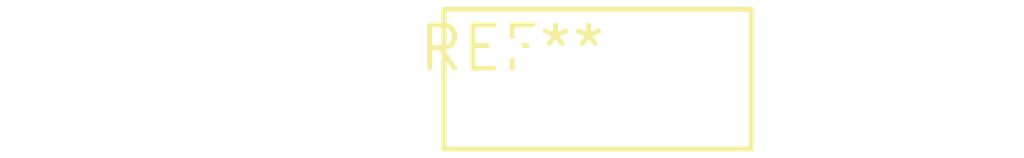
<source format=kicad_pcb>
(kicad_pcb (version 20240108) (generator pcbnew)
  (layers (0 "F.Cu" signal) (31 "B.Cu" signal) (34 "B.Paste" user) (35 "F.Paste" user) (36 "B.SilkS" user "B.Silkscreen") (37 "F.SilkS" user "F.Silkscreen") (38 "B.Mask" user) (39 "F.Mask" user) (44 "Edge.Cuts" user))
  (net 0 "")
  (footprint "RV_Disc_D9mm_W4.1mm_P5mm" (layer "F.Cu") (at 0 0)
    (property "Reference" "REF**")
    (property "Value" "RV_Disc_D9mm_W4.1mm_P5mm")
    (fp_line (start -2 -1.15) (end -2 2.95) (layer "F.SilkS") (stroke (width 0.15)))
    (fp_line (start -2 -1.15) (end 7 -1.15) (layer "F.SilkS") (stroke (width 0.15)))
    (fp_line (start -2 2.95) (end 7 2.95) (layer "F.SilkS") (stroke (width 0.15)))
    (fp_line (start 7 -1.15) (end 7 2.95) (layer "F.SilkS") (stroke (width 0.15)))
    (pad "1" thru_hole circle (at 0 0) (size 1.6 1.6) (drill 0.6) (layers *.Cu *.Mask) (remove_unused_layers))
    (pad "2" thru_hole circle (at 5 1.8) (size 1.6 1.6) (drill 0.6) (layers *.Cu *.Mask) (remove_unused_layers))
  )
)
</source>
